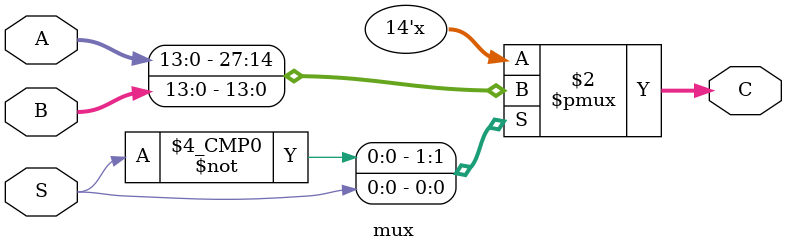
<source format=sv>
module mux
  #(
    parameter int bW=14  // Bitwidth
    )
	(
	input logic [bW-1:0] A,   //Input 1 
	input logic [bW-1:0] B,   //Input 2
	output logic [bW-1:0] C,  //Output
	input logic S		  //Select
	);

	always @ (*) begin
		case (S)
			1'b0: C = A;
			1'b1: C = B;
			default: C = 0;
		endcase
	end

endmodule

</source>
